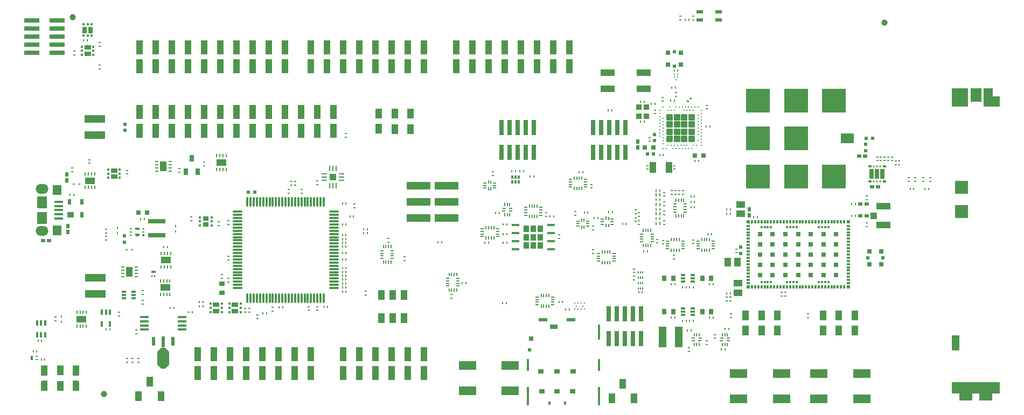
<source format=gtp>
G04*
G04 #@! TF.GenerationSoftware,Altium Limited,Altium Designer,21.1.1 (26)*
G04*
G04 Layer_Color=8421504*
%FSLAX24Y24*%
%MOIN*%
G70*
G04*
G04 #@! TF.SameCoordinates,859D0C74-6F1A-4902-9F36-B784FAE930BA*
G04*
G04*
G04 #@! TF.FilePolarity,Positive*
G04*
G01*
G75*
G04:AMPARAMS|DCode=37|XSize=37mil|YSize=37mil|CornerRadius=2.8mil|HoleSize=0mil|Usage=FLASHONLY|Rotation=270.000|XOffset=0mil|YOffset=0mil|HoleType=Round|Shape=RoundedRectangle|*
%AMROUNDEDRECTD37*
21,1,0.0370,0.0315,0,0,270.0*
21,1,0.0315,0.0370,0,0,270.0*
1,1,0.0056,-0.0157,-0.0157*
1,1,0.0056,-0.0157,0.0157*
1,1,0.0056,0.0157,0.0157*
1,1,0.0056,0.0157,-0.0157*
%
%ADD37ROUNDEDRECTD37*%
%ADD38O,0.0787X0.0591*%
%ADD39R,0.0293X0.0610*%
%ADD40R,0.0264X0.0610*%
%ADD41R,0.0138X0.0098*%
%ADD42R,0.0138X0.0138*%
%ADD43R,0.0315X0.0118*%
%ADD44R,0.0197X0.0148*%
%ADD45R,0.0366X0.0445*%
%ADD46R,0.0106X0.0118*%
%ADD47R,0.0118X0.0106*%
%ADD48R,0.0866X0.0413*%
%ADD49R,0.0413X0.0394*%
%ADD50R,0.0197X0.0228*%
%ADD51R,0.0295X0.0315*%
%ADD52R,0.0394X0.0236*%
%ADD53R,0.0874X0.0402*%
%ADD54O,0.0240X0.0071*%
%ADD55O,0.0071X0.0240*%
%ADD56C,0.0394*%
%ADD57R,0.0402X0.0862*%
%ADD58R,0.0787X0.0787*%
%ADD59R,0.0394X0.0709*%
%ADD60C,0.0118*%
%ADD61R,0.0394X0.0630*%
%ADD62R,0.1083X0.0551*%
%ADD63R,0.1252X0.0500*%
%ADD64R,0.0354X0.0276*%
%ADD65R,0.0118X0.0236*%
%ADD66R,0.0177X0.1142*%
%ADD67R,0.0177X0.0748*%
%ADD68R,0.0236X0.0236*%
%ADD69R,0.0295X0.0276*%
%ADD70R,0.0551X0.0197*%
%ADD71R,0.0472X0.0256*%
%ADD72R,0.0177X0.0945*%
%ADD73R,0.0299X0.0945*%
%ADD74R,0.1500X0.0500*%
%ADD75R,0.0295X0.0315*%
%ADD76O,0.0118X0.0650*%
%ADD77O,0.0650X0.0118*%
%ADD78R,0.0394X0.0335*%
%ADD79R,0.0236X0.0335*%
%ADD80R,0.0531X0.0157*%
%ADD81R,0.0610X0.0748*%
%ADD82R,0.0551X0.0630*%
%ADD83R,0.0320X0.0300*%
%ADD84R,0.0315X0.0295*%
%ADD85R,0.0228X0.0197*%
%ADD86R,0.0098X0.0079*%
%ADD87R,0.0300X0.0320*%
%ADD88C,0.0098*%
%ADD89R,0.0197X0.0256*%
%ADD90R,0.0433X0.0551*%
%ADD91R,0.0256X0.0197*%
%ADD92R,0.0118X0.0213*%
%ADD93R,0.0315X0.0315*%
%ADD94R,0.0213X0.0213*%
%ADD95R,0.0213X0.0118*%
%ADD96R,0.0118X0.0118*%
%ADD97R,0.0203X0.0167*%
%ADD98R,0.0108X0.0167*%
%ADD99O,0.0222X0.0089*%
%ADD100O,0.0089X0.0222*%
%ADD101O,0.0089X0.0261*%
%ADD102R,0.0445X0.0445*%
%ADD103O,0.0374X0.0098*%
%ADD104O,0.0098X0.0374*%
%ADD105R,0.0335X0.0374*%
%ADD106R,0.0256X0.0138*%
%ADD107R,0.0413X0.0283*%
%ADD108R,0.0118X0.0138*%
%ADD109R,0.0217X0.0236*%
%ADD110R,0.0236X0.0197*%
%ADD111R,0.0098X0.0236*%
%ADD112R,0.0362X0.0280*%
%ADD113R,0.0177X0.0165*%
%ADD114R,0.0138X0.0059*%
%ADD115R,0.0138X0.0098*%
%ADD116R,0.1063X0.0315*%
%ADD117R,0.0098X0.0142*%
%ADD118R,0.0197X0.0236*%
%ADD119R,0.0138X0.0354*%
%ADD120O,0.0551X0.0157*%
%ADD121R,0.0236X0.0551*%
%ADD122R,0.0236X0.0669*%
%ADD123R,0.0157X0.0098*%
%ADD124R,0.0157X0.0276*%
%ADD125R,0.0197X0.0197*%
%ADD126R,0.0098X0.0157*%
%ADD127R,0.0276X0.0157*%
%ADD128R,0.0300X0.0400*%
%ADD129R,0.0142X0.0098*%
%ADD130R,0.0630X0.0394*%
%ADD131R,0.0098X0.0236*%
%ADD132R,0.0118X0.0205*%
%ADD133R,0.0118X0.0193*%
%ADD134R,0.0787X0.0591*%
%ADD135R,0.1496X0.1496*%
%ADD136R,0.0453X0.0177*%
%ADD137R,0.0500X0.1252*%
%ADD138O,0.0261X0.0089*%
%ADD139R,0.0079X0.0138*%
%ADD140R,0.0551X0.0433*%
%ADD141R,0.0283X0.0413*%
%ADD142R,0.0138X0.0118*%
G04:AMPARAMS|DCode=143|XSize=11.8mil|YSize=10.6mil|CornerRadius=0mil|HoleSize=0mil|Usage=FLASHONLY|Rotation=315.000|XOffset=0mil|YOffset=0mil|HoleType=Round|Shape=Rectangle|*
%AMROTATEDRECTD143*
4,1,4,-0.0079,0.0004,-0.0004,0.0079,0.0079,-0.0004,0.0004,-0.0079,-0.0079,0.0004,0.0*
%
%ADD143ROTATEDRECTD143*%

%ADD144R,0.0394X0.0630*%
%ADD145R,0.0236X0.0098*%
%ADD146R,0.0945X0.0299*%
%ADD147R,0.0394X0.0630*%
G36*
X59502Y19219D02*
X58832D01*
Y20046D01*
X59502D01*
Y19219D01*
D02*
G37*
G36*
X60210Y19554D02*
X60637D01*
Y18904D01*
X59659D01*
Y20046D01*
X60210D01*
Y19554D01*
D02*
G37*
G36*
X58675Y18904D02*
X57691D01*
Y20046D01*
X58675D01*
Y18904D01*
D02*
G37*
G36*
X58163Y3806D02*
X57691D01*
Y4751D01*
X58163D01*
Y3806D01*
D02*
G37*
G36*
X9251Y3738D02*
Y2951D01*
X8995Y2695D01*
X8759D01*
X8503Y2951D01*
Y3738D01*
X8759Y3994D01*
X8995D01*
X9251Y3738D01*
D02*
G37*
G36*
X3681Y2322D02*
X3617Y2258D01*
X3287Y2258D01*
Y2888D01*
X3681D01*
X3681Y2322D01*
D02*
G37*
G36*
X1713Y2258D02*
X1383Y2258D01*
X1319Y2322D01*
X1319Y2888D01*
X1713D01*
Y2258D01*
D02*
G37*
G36*
X3617Y1943D02*
X3681Y1879D01*
X3681Y1313D01*
X3287D01*
Y1943D01*
X3617Y1943D01*
D02*
G37*
G36*
X1713Y1313D02*
X1319D01*
X1319Y1879D01*
X1383Y1943D01*
X1713Y1943D01*
Y1313D01*
D02*
G37*
G36*
X60643Y1148D02*
X60171D01*
Y715D01*
X59384D01*
Y1148D01*
X58950D01*
Y715D01*
X58163D01*
Y1148D01*
X57691D01*
Y1857D01*
X60643D01*
Y1148D01*
D02*
G37*
D37*
X41576Y18256D02*
D03*
Y17807D02*
D03*
Y17359D02*
D03*
Y16910D02*
D03*
X41128D02*
D03*
Y17359D02*
D03*
Y17807D02*
D03*
Y18256D02*
D03*
X40679Y16910D02*
D03*
Y17359D02*
D03*
Y17807D02*
D03*
Y18256D02*
D03*
X40230Y16910D02*
D03*
Y17359D02*
D03*
Y17807D02*
D03*
Y18256D02*
D03*
D38*
X1365Y13800D02*
D03*
Y11201D02*
D03*
D39*
X53393Y14750D02*
D03*
X52707D02*
D03*
D40*
X53050Y14750D02*
D03*
D41*
X6881Y10962D02*
D03*
Y11159D02*
D03*
Y11356D02*
D03*
X7649Y11356D02*
D03*
Y11159D02*
D03*
D42*
Y10943D02*
D03*
D43*
X7265Y11336D02*
D03*
X7265Y10982D02*
D03*
D44*
X7265Y11361D02*
D03*
X7265Y10957D02*
D03*
D45*
X31335Y11344D02*
D03*
X31335Y10820D02*
D03*
X31335Y10296D02*
D03*
X31780Y11344D02*
D03*
Y10820D02*
D03*
Y10296D02*
D03*
X32225Y11344D02*
D03*
X32225Y10820D02*
D03*
X32225Y10296D02*
D03*
D46*
X29915Y10480D02*
D03*
X30140D02*
D03*
Y11599D02*
D03*
X29915D02*
D03*
X41411Y24263D02*
D03*
X41187Y24263D02*
D03*
X40726Y21151D02*
D03*
X40501D02*
D03*
X10458Y6190D02*
D03*
X10682D02*
D03*
X1362Y4400D02*
D03*
X1138D02*
D03*
X31588Y14580D02*
D03*
X31812D02*
D03*
X29448Y12320D02*
D03*
X29672D02*
D03*
X38522Y7410D02*
D03*
X38298D02*
D03*
X43982Y12530D02*
D03*
X43758D02*
D03*
X28788Y10480D02*
D03*
X45652Y12090D02*
D03*
X45428D02*
D03*
X51699Y12157D02*
D03*
X55322Y13826D02*
D03*
X56008Y13826D02*
D03*
X43746Y7343D02*
D03*
X43970D02*
D03*
X43982Y12290D02*
D03*
X43758D02*
D03*
X51474Y12157D02*
D03*
Y12866D02*
D03*
X51699D02*
D03*
X56232Y13826D02*
D03*
X38618Y9950D02*
D03*
X38842D02*
D03*
X42907Y5854D02*
D03*
X42682D02*
D03*
X42907Y7921D02*
D03*
X42682D02*
D03*
X40545Y5854D02*
D03*
X40320D02*
D03*
X40545Y7921D02*
D03*
X40320D02*
D03*
X33042Y12110D02*
D03*
X32818D02*
D03*
X41232Y5650D02*
D03*
X41008D02*
D03*
X41672D02*
D03*
X41448D02*
D03*
X41012Y7717D02*
D03*
X41237D02*
D03*
X41452D02*
D03*
X41677D02*
D03*
X43408Y3890D02*
D03*
X43632D02*
D03*
X30112Y6750D02*
D03*
X29888D02*
D03*
X7712Y11950D02*
D03*
X7488D02*
D03*
X5356Y5096D02*
D03*
X5580D02*
D03*
X3113Y13430D02*
D03*
X3337D02*
D03*
X33370Y6801D02*
D03*
X33594D02*
D03*
X33788Y6330D02*
D03*
X34012D02*
D03*
X36672Y12380D02*
D03*
X36448D02*
D03*
X35162Y12350D02*
D03*
X34938D02*
D03*
X30140Y11024D02*
D03*
X29915D02*
D03*
X11128Y6550D02*
D03*
X11352D02*
D03*
X19969Y10237D02*
D03*
X20194D02*
D03*
X18838Y6500D02*
D03*
X19062D02*
D03*
X16058Y6490D02*
D03*
X16282D02*
D03*
X42491Y17683D02*
D03*
X42715D02*
D03*
X40565Y20083D02*
D03*
X40341D02*
D03*
X40515Y19283D02*
D03*
X40291D02*
D03*
X39078Y19090D02*
D03*
X39302D02*
D03*
X39822Y15920D02*
D03*
X39598D02*
D03*
X38652Y19210D02*
D03*
X38428D02*
D03*
X38428Y17980D02*
D03*
X38652D02*
D03*
X31182Y14920D02*
D03*
X30958D02*
D03*
X30458D02*
D03*
X30682D02*
D03*
X41762Y12690D02*
D03*
X41538D02*
D03*
X41762Y13010D02*
D03*
X41538D02*
D03*
X41762Y13330D02*
D03*
X41538D02*
D03*
X21288Y11065D02*
D03*
X21512D02*
D03*
X21288Y11300D02*
D03*
X21512D02*
D03*
X20194Y11615D02*
D03*
X19969D02*
D03*
X20194Y10947D02*
D03*
X19969D02*
D03*
X20194Y10710D02*
D03*
X19969D02*
D03*
X20194Y10474D02*
D03*
X19969D02*
D03*
X20194Y9843D02*
D03*
X19969D02*
D03*
Y9449D02*
D03*
X20194D02*
D03*
Y8919D02*
D03*
X19969D02*
D03*
X20194Y8682D02*
D03*
X19969D02*
D03*
X20194Y8445D02*
D03*
X19969D02*
D03*
X20194Y8208D02*
D03*
X19969D02*
D03*
X19966Y7950D02*
D03*
X20190D02*
D03*
X19966Y7700D02*
D03*
X20190D02*
D03*
X19966Y7454D02*
D03*
X20190D02*
D03*
X9152Y10210D02*
D03*
X8928D02*
D03*
X1338Y3250D02*
D03*
X1562D02*
D03*
X11351Y6813D02*
D03*
X11127D02*
D03*
X1062Y3750D02*
D03*
X838D02*
D03*
X9318Y6440D02*
D03*
X9542D02*
D03*
X39612Y13720D02*
D03*
X39388D02*
D03*
X39612Y13140D02*
D03*
X39388D02*
D03*
X39612Y12560D02*
D03*
X39388D02*
D03*
X39612Y11980D02*
D03*
X39388D02*
D03*
X43872Y5130D02*
D03*
X43648D02*
D03*
X41318Y5050D02*
D03*
X41542D02*
D03*
X36418Y18670D02*
D03*
X36642D02*
D03*
X27388Y7970D02*
D03*
X27612D02*
D03*
X34618Y14830D02*
D03*
X34842D02*
D03*
X25888Y10500D02*
D03*
X26112D02*
D03*
X20194Y12902D02*
D03*
X19969D02*
D03*
X37298Y11640D02*
D03*
X37522D02*
D03*
X35772Y12010D02*
D03*
X35548D02*
D03*
X29012Y10480D02*
D03*
X42578Y11010D02*
D03*
X42802D02*
D03*
X41777Y15542D02*
D03*
X42002D02*
D03*
X55098Y13826D02*
D03*
X3948Y23010D02*
D03*
X4172D02*
D03*
X15282Y6120D02*
D03*
X15058D02*
D03*
X20438Y12124D02*
D03*
X20662D02*
D03*
D47*
X33386Y10750D02*
D03*
Y10975D02*
D03*
X54203Y15310D02*
D03*
Y15534D02*
D03*
X56332Y14511D02*
D03*
X56332Y14286D02*
D03*
X40600Y19548D02*
D03*
Y19772D02*
D03*
X40590Y13702D02*
D03*
Y13478D02*
D03*
X2220Y5638D02*
D03*
Y5863D02*
D03*
X11400Y15463D02*
D03*
Y15238D02*
D03*
X4325Y15623D02*
D03*
Y15398D02*
D03*
X3255Y14878D02*
D03*
Y15103D02*
D03*
X47150Y7402D02*
D03*
Y7178D02*
D03*
X47380Y7402D02*
D03*
X55427Y14288D02*
D03*
X55900D02*
D03*
X43975Y7117D02*
D03*
X43754D02*
D03*
X47380Y7178D02*
D03*
X43975Y6893D02*
D03*
X43754D02*
D03*
X44338Y9865D02*
D03*
Y10090D02*
D03*
X52413Y13373D02*
D03*
Y13148D02*
D03*
Y11718D02*
D03*
Y11494D02*
D03*
X55900Y14513D02*
D03*
X55427D02*
D03*
X55000D02*
D03*
Y14288D02*
D03*
X41430Y3747D02*
D03*
Y3972D02*
D03*
X38010Y8188D02*
D03*
Y8412D02*
D03*
Y8862D02*
D03*
Y8638D02*
D03*
X32580Y12128D02*
D03*
Y12352D02*
D03*
X42513Y4414D02*
D03*
Y4189D02*
D03*
X43000Y4568D02*
D03*
X43000Y4792D02*
D03*
X13960Y6178D02*
D03*
Y6402D02*
D03*
X41692Y24278D02*
D03*
Y24503D02*
D03*
X39770Y19258D02*
D03*
Y19482D02*
D03*
X7200Y5063D02*
D03*
Y4838D02*
D03*
X9870Y15080D02*
D03*
Y14856D02*
D03*
X35397Y13866D02*
D03*
Y14090D02*
D03*
X41680Y10659D02*
D03*
Y10435D02*
D03*
X39800Y10622D02*
D03*
Y10398D02*
D03*
X35477Y10044D02*
D03*
Y9820D02*
D03*
X22813Y10741D02*
D03*
Y10517D02*
D03*
X29290Y14872D02*
D03*
Y14648D02*
D03*
X39870Y11628D02*
D03*
Y11852D02*
D03*
Y12208D02*
D03*
Y12432D02*
D03*
Y12788D02*
D03*
Y13012D02*
D03*
Y13592D02*
D03*
Y13368D02*
D03*
X41050Y13478D02*
D03*
Y13702D02*
D03*
X26721Y7040D02*
D03*
Y7265D02*
D03*
X16647Y13784D02*
D03*
Y13559D02*
D03*
X18420Y14078D02*
D03*
Y14303D02*
D03*
X17434Y13559D02*
D03*
Y13784D02*
D03*
X12900Y8282D02*
D03*
Y8058D02*
D03*
Y9652D02*
D03*
Y9428D02*
D03*
Y11628D02*
D03*
Y11852D02*
D03*
X42503Y18771D02*
D03*
Y18995D02*
D03*
X40876Y24503D02*
D03*
Y24278D02*
D03*
X40510Y15038D02*
D03*
Y15262D02*
D03*
X38850Y15262D02*
D03*
Y15038D02*
D03*
X39303Y18471D02*
D03*
Y18695D02*
D03*
X38976Y16771D02*
D03*
Y16995D02*
D03*
X53750Y15566D02*
D03*
Y15790D02*
D03*
X53976Y15566D02*
D03*
Y15790D02*
D03*
X53297Y15566D02*
D03*
Y15790D02*
D03*
X53071Y15566D02*
D03*
Y15790D02*
D03*
X20170Y17232D02*
D03*
Y17008D02*
D03*
X53524Y15566D02*
D03*
Y15790D02*
D03*
X7600Y7288D02*
D03*
Y7513D02*
D03*
Y6913D02*
D03*
Y6688D02*
D03*
X7334Y3318D02*
D03*
Y3094D02*
D03*
X6980Y3088D02*
D03*
Y3313D02*
D03*
X6650Y3088D02*
D03*
Y3313D02*
D03*
X6152Y6163D02*
D03*
Y5938D02*
D03*
X5363Y11303D02*
D03*
Y11078D02*
D03*
Y10863D02*
D03*
Y10638D02*
D03*
X10606Y12067D02*
D03*
Y11843D02*
D03*
X12300Y11543D02*
D03*
Y11767D02*
D03*
X38330Y12128D02*
D03*
Y12352D02*
D03*
X38100Y12512D02*
D03*
Y12288D02*
D03*
X38330Y11618D02*
D03*
Y11842D02*
D03*
X38100Y12022D02*
D03*
Y11798D02*
D03*
X39440Y10692D02*
D03*
Y10468D02*
D03*
X40480Y9478D02*
D03*
Y9702D02*
D03*
X40820Y13702D02*
D03*
Y13478D02*
D03*
X40360Y13478D02*
D03*
Y13702D02*
D03*
X54429Y15534D02*
D03*
Y15310D02*
D03*
X14220Y6402D02*
D03*
Y6178D02*
D03*
X35470Y11502D02*
D03*
Y11278D02*
D03*
X34380Y12188D02*
D03*
Y12412D02*
D03*
X14730Y6002D02*
D03*
Y5778D02*
D03*
X21400Y7238D02*
D03*
Y7463D02*
D03*
X6635Y14956D02*
D03*
Y14732D02*
D03*
X16824Y14059D02*
D03*
Y14283D02*
D03*
X17061Y14059D02*
D03*
Y14283D02*
D03*
X15663Y6246D02*
D03*
Y6471D02*
D03*
X12500Y8288D02*
D03*
Y8512D02*
D03*
X3396Y22353D02*
D03*
Y22128D02*
D03*
X4955Y21242D02*
D03*
Y21467D02*
D03*
X4946Y22638D02*
D03*
Y22863D02*
D03*
X18419Y6521D02*
D03*
Y6296D02*
D03*
X17875Y6521D02*
D03*
Y6296D02*
D03*
X23800Y9388D02*
D03*
Y9613D02*
D03*
X20700Y12642D02*
D03*
Y12867D02*
D03*
X48782Y5855D02*
D03*
Y6080D02*
D03*
X44004Y5856D02*
D03*
Y6080D02*
D03*
D48*
X53437Y12738D02*
D03*
Y11577D02*
D03*
D49*
X52837Y12157D02*
D03*
D50*
X40501Y22327D02*
D03*
Y21414D02*
D03*
D51*
X40905Y22244D02*
D03*
X40098D02*
D03*
Y21496D02*
D03*
X40905Y21496D02*
D03*
D52*
X43255Y24263D02*
D03*
Y24775D02*
D03*
X42073Y24263D02*
D03*
Y24775D02*
D03*
D53*
X38612Y21000D02*
D03*
X36388D02*
D03*
X38612Y20000D02*
D03*
X36388D02*
D03*
D54*
X35029Y14406D02*
D03*
Y14249D02*
D03*
Y14091D02*
D03*
Y13934D02*
D03*
X34065D02*
D03*
Y14091D02*
D03*
Y14249D02*
D03*
Y14406D02*
D03*
X40082Y10112D02*
D03*
Y10270D02*
D03*
Y10427D02*
D03*
Y10585D02*
D03*
X41047D02*
D03*
Y10427D02*
D03*
Y10270D02*
D03*
Y10112D02*
D03*
X26475Y7799D02*
D03*
Y7956D02*
D03*
Y8114D02*
D03*
Y8271D02*
D03*
X27125D02*
D03*
Y8114D02*
D03*
Y7956D02*
D03*
Y7799D02*
D03*
X32262Y12666D02*
D03*
Y12509D02*
D03*
Y12351D02*
D03*
Y12194D02*
D03*
X31298D02*
D03*
Y12351D02*
D03*
Y12509D02*
D03*
Y12666D02*
D03*
X28613Y11181D02*
D03*
X38485Y10544D02*
D03*
Y10701D02*
D03*
Y10859D02*
D03*
Y11016D02*
D03*
X39135Y11016D02*
D03*
Y10859D02*
D03*
Y10701D02*
D03*
Y10544D02*
D03*
X41185Y12866D02*
D03*
Y12709D02*
D03*
Y12551D02*
D03*
Y12394D02*
D03*
X40535D02*
D03*
X40535Y12551D02*
D03*
Y12709D02*
D03*
Y12866D02*
D03*
X32982Y7116D02*
D03*
Y6958D02*
D03*
Y6801D02*
D03*
Y6643D02*
D03*
X32018D02*
D03*
Y6801D02*
D03*
Y6958D02*
D03*
Y7116D02*
D03*
X35804Y9346D02*
D03*
Y9503D02*
D03*
Y9661D02*
D03*
Y9818D02*
D03*
X36769D02*
D03*
Y9661D02*
D03*
Y9503D02*
D03*
Y9346D02*
D03*
X23059Y9983D02*
D03*
Y9826D02*
D03*
Y9668D02*
D03*
Y9511D02*
D03*
X22410D02*
D03*
Y9668D02*
D03*
Y9826D02*
D03*
Y9983D02*
D03*
X29578Y11339D02*
D03*
Y11181D02*
D03*
Y11024D02*
D03*
Y10866D02*
D03*
X28613D02*
D03*
Y11024D02*
D03*
Y11339D02*
D03*
X41965Y10112D02*
D03*
Y10270D02*
D03*
Y10427D02*
D03*
Y10585D02*
D03*
X42930D02*
D03*
Y10427D02*
D03*
Y10270D02*
D03*
Y10112D02*
D03*
D55*
X34783Y13845D02*
D03*
X34626D02*
D03*
X34468D02*
D03*
X34311D02*
D03*
Y14495D02*
D03*
X34468D02*
D03*
X34626D02*
D03*
X34783D02*
D03*
X40328Y10673D02*
D03*
X40486D02*
D03*
X40643D02*
D03*
X40800D02*
D03*
Y10024D02*
D03*
X40643D02*
D03*
X40486D02*
D03*
X40328D02*
D03*
X27036Y7553D02*
D03*
X26879D02*
D03*
X26721D02*
D03*
X26564D02*
D03*
Y8517D02*
D03*
X26721D02*
D03*
X26879D02*
D03*
X27036D02*
D03*
X32016Y12105D02*
D03*
X31859D02*
D03*
X31701D02*
D03*
X31544D02*
D03*
Y12755D02*
D03*
X31701Y12755D02*
D03*
X31859D02*
D03*
X32016D02*
D03*
X39046Y10298D02*
D03*
X38889D02*
D03*
X38731D02*
D03*
X38574D02*
D03*
Y11262D02*
D03*
X38731D02*
D03*
X38889D02*
D03*
X39046D02*
D03*
X40624Y13112D02*
D03*
X40781D02*
D03*
X40939D02*
D03*
X41096D02*
D03*
Y12148D02*
D03*
X40939D02*
D03*
X40781D02*
D03*
X40624D02*
D03*
X32736Y6555D02*
D03*
X32579D02*
D03*
X32421D02*
D03*
X32264D02*
D03*
Y7204D02*
D03*
X32421D02*
D03*
X32579D02*
D03*
X32736D02*
D03*
X36050Y9907D02*
D03*
X36208D02*
D03*
X36365D02*
D03*
X36523D02*
D03*
Y9257D02*
D03*
X36365D02*
D03*
X36208D02*
D03*
X36050D02*
D03*
X22498Y10229D02*
D03*
X22656D02*
D03*
X22813D02*
D03*
X22971D02*
D03*
Y9265D02*
D03*
X22813D02*
D03*
X22656D02*
D03*
X22498D02*
D03*
X29332Y10778D02*
D03*
X29174D02*
D03*
X29017D02*
D03*
X28859D02*
D03*
Y11427D02*
D03*
X29017D02*
D03*
X29174D02*
D03*
X29332D02*
D03*
X42211Y10673D02*
D03*
X42369D02*
D03*
X42526D02*
D03*
X42684D02*
D03*
Y10024D02*
D03*
X42526D02*
D03*
X42369D02*
D03*
X42211D02*
D03*
D56*
X3282Y24450D02*
D03*
X5200Y1100D02*
D03*
X53500Y24100D02*
D03*
D57*
X31000Y21424D02*
D03*
Y22577D02*
D03*
X27000Y21424D02*
D03*
X30000D02*
D03*
X29000Y21424D02*
D03*
X34000Y21424D02*
D03*
X33000D02*
D03*
X27000Y22577D02*
D03*
X30000D02*
D03*
X29000D02*
D03*
X34000D02*
D03*
X33000D02*
D03*
X28000Y21424D02*
D03*
X32000D02*
D03*
X28000Y22577D02*
D03*
X32000D02*
D03*
X7400Y21424D02*
D03*
X13400D02*
D03*
X7400Y22577D02*
D03*
X13400D02*
D03*
X8400Y21424D02*
D03*
X9400Y21424D02*
D03*
X11400D02*
D03*
X12400D02*
D03*
X15400D02*
D03*
X16400D02*
D03*
X8400Y22577D02*
D03*
X9400D02*
D03*
X11400D02*
D03*
X12400D02*
D03*
X15400D02*
D03*
X16400D02*
D03*
X10400Y21424D02*
D03*
X14400Y21424D02*
D03*
X10400Y22577D02*
D03*
X14400D02*
D03*
X14000Y3577D02*
D03*
Y2424D02*
D03*
X18000Y3577D02*
D03*
X15000D02*
D03*
X16000Y3577D02*
D03*
X11000Y3577D02*
D03*
X12000D02*
D03*
X18000Y2424D02*
D03*
X15000D02*
D03*
X16000D02*
D03*
X11000D02*
D03*
X12000D02*
D03*
X17000Y3577D02*
D03*
X13000D02*
D03*
X17000Y2424D02*
D03*
X13000D02*
D03*
X23000Y3577D02*
D03*
X23000Y2424D02*
D03*
X25000Y3577D02*
D03*
X24000D02*
D03*
X21000D02*
D03*
X20000D02*
D03*
X25000Y2424D02*
D03*
X24000D02*
D03*
X21000D02*
D03*
X20000D02*
D03*
X22000Y3577D02*
D03*
Y2424D02*
D03*
X19400Y18577D02*
D03*
Y17424D02*
D03*
X18400Y18577D02*
D03*
Y17424D02*
D03*
X17400Y18577D02*
D03*
Y17424D02*
D03*
X13400Y18577D02*
D03*
Y17424D02*
D03*
X14400Y18577D02*
D03*
Y17424D02*
D03*
X8400Y18577D02*
D03*
Y17424D02*
D03*
X9400D02*
D03*
Y18577D02*
D03*
X10400Y17424D02*
D03*
Y18577D02*
D03*
X12400Y17424D02*
D03*
Y18577D02*
D03*
X11400Y17424D02*
D03*
Y18577D02*
D03*
X7400D02*
D03*
Y17424D02*
D03*
X16400D02*
D03*
Y18577D02*
D03*
X15400Y17424D02*
D03*
Y18577D02*
D03*
X22000Y21424D02*
D03*
Y22577D02*
D03*
X18000Y21424D02*
D03*
X21000D02*
D03*
X20000Y21424D02*
D03*
X25000Y21424D02*
D03*
X24000D02*
D03*
X18000Y22577D02*
D03*
X21000D02*
D03*
X20000D02*
D03*
X25000D02*
D03*
X24000D02*
D03*
X19000Y21424D02*
D03*
X23000D02*
D03*
X19000Y22577D02*
D03*
X23000D02*
D03*
D58*
X58266Y12400D02*
D03*
Y13900D02*
D03*
D59*
X39188Y15150D02*
D03*
X40172D02*
D03*
D60*
X42183Y18666D02*
D03*
Y18469D02*
D03*
Y18272D02*
D03*
Y18075D02*
D03*
Y17878D02*
D03*
Y17681D02*
D03*
Y17485D02*
D03*
Y17288D02*
D03*
Y17091D02*
D03*
Y16894D02*
D03*
Y16697D02*
D03*
Y16500D02*
D03*
X41986Y18863D02*
D03*
Y18370D02*
D03*
Y18174D02*
D03*
Y17977D02*
D03*
Y17780D02*
D03*
Y17583D02*
D03*
Y17386D02*
D03*
Y17189D02*
D03*
Y16796D02*
D03*
X41887Y16500D02*
D03*
X41789Y18863D02*
D03*
X41691Y18666D02*
D03*
Y16500D02*
D03*
X41592Y18863D02*
D03*
Y16304D02*
D03*
X41494Y18666D02*
D03*
X41395Y18863D02*
D03*
Y16304D02*
D03*
X41297Y18666D02*
D03*
Y16500D02*
D03*
X41198Y18863D02*
D03*
Y16304D02*
D03*
X41100Y18666D02*
D03*
Y16500D02*
D03*
X41002Y18863D02*
D03*
Y16304D02*
D03*
X40903Y16500D02*
D03*
X40805Y18863D02*
D03*
Y16304D02*
D03*
X40706Y16500D02*
D03*
X40608Y18863D02*
D03*
Y16304D02*
D03*
X40509Y18666D02*
D03*
Y16500D02*
D03*
X40411Y16304D02*
D03*
X40313Y18666D02*
D03*
Y16500D02*
D03*
X40214Y18863D02*
D03*
X40116Y16500D02*
D03*
X40017Y16304D02*
D03*
X40116Y18666D02*
D03*
X39820Y18863D02*
D03*
Y18174D02*
D03*
Y17977D02*
D03*
Y17780D02*
D03*
Y17583D02*
D03*
Y17386D02*
D03*
Y17189D02*
D03*
Y16993D02*
D03*
Y16796D02*
D03*
Y16599D02*
D03*
Y16304D02*
D03*
X39624Y18666D02*
D03*
Y18272D02*
D03*
Y18075D02*
D03*
Y17878D02*
D03*
Y17681D02*
D03*
Y17485D02*
D03*
Y17288D02*
D03*
Y17091D02*
D03*
Y18469D02*
D03*
D61*
X23764Y5803D02*
D03*
X23075D02*
D03*
X22386D02*
D03*
Y7259D02*
D03*
X23075D02*
D03*
X23764D02*
D03*
X44921Y5984D02*
D03*
X45906Y5039D02*
D03*
X46890Y5984D02*
D03*
X37323Y1752D02*
D03*
X36634Y846D02*
D03*
X38012D02*
D03*
X22216Y18472D02*
D03*
X23200Y17528D02*
D03*
X24184Y18472D02*
D03*
X8048Y1880D02*
D03*
X7359Y974D02*
D03*
X8737D02*
D03*
X2500Y2573D02*
D03*
Y1628D02*
D03*
X24184Y17528D02*
D03*
X49703Y5984D02*
D03*
X50687Y5039D02*
D03*
X51672Y5984D02*
D03*
D62*
X30359Y1313D02*
D03*
Y2887D02*
D03*
X27701Y1313D02*
D03*
Y2887D02*
D03*
X49459Y2388D02*
D03*
Y813D02*
D03*
X52116Y2388D02*
D03*
Y813D02*
D03*
X44477Y2388D02*
D03*
Y813D02*
D03*
X47134Y2388D02*
D03*
Y813D02*
D03*
D63*
X4650Y17130D02*
D03*
Y18130D02*
D03*
X4670Y8300D02*
D03*
Y7300D02*
D03*
D64*
X32259Y2519D02*
D03*
X33259D02*
D03*
X34259D02*
D03*
X32299Y1270D02*
D03*
X33259D02*
D03*
X34220D02*
D03*
D65*
X32779Y542D02*
D03*
X33740D02*
D03*
D66*
X31450Y995D02*
D03*
X35850D02*
D03*
D67*
X31450Y2904D02*
D03*
X35850D02*
D03*
D68*
X31539Y3830D02*
D03*
D69*
X31647Y4538D02*
D03*
D70*
X32393Y5700D02*
D03*
X34126D02*
D03*
D71*
X33043Y5276D02*
D03*
D72*
X35850Y4932D02*
D03*
D73*
X36450Y6068D02*
D03*
X36950D02*
D03*
X37450D02*
D03*
X37950D02*
D03*
X38450D02*
D03*
X36450Y4533D02*
D03*
X36950D02*
D03*
X37450D02*
D03*
X37950D02*
D03*
X38450D02*
D03*
X31300Y17618D02*
D03*
X30800D02*
D03*
X29800D02*
D03*
X31800Y16083D02*
D03*
X31300D02*
D03*
X30800D02*
D03*
X30300D02*
D03*
X29800D02*
D03*
X31800Y17618D02*
D03*
X30300D02*
D03*
X37486Y16083D02*
D03*
X36986D02*
D03*
X36486D02*
D03*
X35986D02*
D03*
X35486D02*
D03*
X37486Y17618D02*
D03*
X36986D02*
D03*
X36486D02*
D03*
X35986D02*
D03*
X35486D02*
D03*
D74*
X24675Y14000D02*
D03*
X26425D02*
D03*
X24675Y13000D02*
D03*
X26425D02*
D03*
X24675Y12000D02*
D03*
X26425D02*
D03*
D75*
X42304Y15883D02*
D03*
X41773D02*
D03*
X39210Y16373D02*
D03*
X38679D02*
D03*
X7866Y12350D02*
D03*
X7334Y12350D02*
D03*
D76*
X18812Y13022D02*
D03*
X18615D02*
D03*
X18419D02*
D03*
X18222D02*
D03*
X18025D02*
D03*
X17828D02*
D03*
X17631D02*
D03*
X17434D02*
D03*
X17237D02*
D03*
X17041D02*
D03*
X16844D02*
D03*
X16647D02*
D03*
X16450D02*
D03*
X16253D02*
D03*
X16056D02*
D03*
X15859D02*
D03*
X15663D02*
D03*
X15466D02*
D03*
X15269D02*
D03*
X15072D02*
D03*
X14875D02*
D03*
X14678D02*
D03*
X14482D02*
D03*
X14285D02*
D03*
X14088D02*
D03*
Y7058D02*
D03*
X14285D02*
D03*
X14482D02*
D03*
X14678D02*
D03*
X14875D02*
D03*
X15072D02*
D03*
X15269D02*
D03*
X15466D02*
D03*
X15663D02*
D03*
X15859D02*
D03*
X16056D02*
D03*
X16253D02*
D03*
X16450D02*
D03*
X16647D02*
D03*
X16844D02*
D03*
X17041D02*
D03*
X17237D02*
D03*
X17434D02*
D03*
X17631D02*
D03*
X17828D02*
D03*
X18025D02*
D03*
X18222D02*
D03*
X18419D02*
D03*
X18615D02*
D03*
X18812D02*
D03*
D77*
X13468Y12402D02*
D03*
Y12205D02*
D03*
Y12008D02*
D03*
Y11811D02*
D03*
Y11615D02*
D03*
Y11418D02*
D03*
Y11221D02*
D03*
Y11024D02*
D03*
Y10827D02*
D03*
Y10630D02*
D03*
Y10433D02*
D03*
Y10237D02*
D03*
Y10040D02*
D03*
Y9843D02*
D03*
Y9646D02*
D03*
Y9449D02*
D03*
Y9252D02*
D03*
Y9056D02*
D03*
Y8859D02*
D03*
Y8662D02*
D03*
Y8465D02*
D03*
Y8268D02*
D03*
Y8071D02*
D03*
Y7874D02*
D03*
Y7678D02*
D03*
X19432D02*
D03*
Y7874D02*
D03*
Y8071D02*
D03*
Y8268D02*
D03*
Y8465D02*
D03*
Y8662D02*
D03*
Y8859D02*
D03*
Y9056D02*
D03*
Y9252D02*
D03*
Y9449D02*
D03*
Y9646D02*
D03*
Y9843D02*
D03*
Y10040D02*
D03*
Y10237D02*
D03*
Y10433D02*
D03*
Y10630D02*
D03*
Y10827D02*
D03*
Y11024D02*
D03*
Y11221D02*
D03*
Y11418D02*
D03*
Y11615D02*
D03*
Y11811D02*
D03*
Y12008D02*
D03*
Y12205D02*
D03*
Y12402D02*
D03*
D78*
X3163Y12218D02*
D03*
D79*
X3833D02*
D03*
Y13025D02*
D03*
X3085D02*
D03*
D80*
X2418Y12500D02*
D03*
Y12756D02*
D03*
Y13012D02*
D03*
Y12244D02*
D03*
Y11989D02*
D03*
D81*
X1365Y12973D02*
D03*
Y12028D02*
D03*
D82*
X2330Y11241D02*
D03*
Y13760D02*
D03*
D83*
X12500Y7382D02*
D03*
Y7932D02*
D03*
D84*
X52579Y9149D02*
D03*
Y9956D02*
D03*
X53327D02*
D03*
Y9149D02*
D03*
D85*
X52496Y9553D02*
D03*
X53409D02*
D03*
D86*
X40600Y20586D02*
D03*
X40501Y20743D02*
D03*
Y20901D02*
D03*
X40698Y20743D02*
D03*
Y20901D02*
D03*
D87*
X42245Y6201D02*
D03*
X42795D02*
D03*
X39882D02*
D03*
X40432D02*
D03*
X42245Y8268D02*
D03*
X42795D02*
D03*
X39882D02*
D03*
X40432D02*
D03*
D88*
X34355Y6729D02*
D03*
X34552D02*
D03*
X34748D02*
D03*
X34945D02*
D03*
X34453Y6557D02*
D03*
X34847D02*
D03*
X34355Y6386D02*
D03*
X34552D02*
D03*
X34748D02*
D03*
X34945D02*
D03*
D89*
X45150Y12173D02*
D03*
Y12547D02*
D03*
X38256Y16760D02*
D03*
Y16386D02*
D03*
X2925Y14727D02*
D03*
Y14353D02*
D03*
X2971Y11518D02*
D03*
Y11144D02*
D03*
D90*
X44415Y9275D02*
D03*
X43825D02*
D03*
D91*
X52030Y12866D02*
D03*
X52404D02*
D03*
X52030Y12157D02*
D03*
X52404D02*
D03*
X51939Y15846D02*
D03*
X52313D02*
D03*
X53130Y13946D02*
D03*
X52756D02*
D03*
X1448Y10600D02*
D03*
X1822D02*
D03*
D92*
X45508Y11765D02*
D03*
X45311D02*
D03*
X47280Y7734D02*
D03*
X45311D02*
D03*
X45705Y11765D02*
D03*
X45902D02*
D03*
X46099D02*
D03*
X46295D02*
D03*
X46492D02*
D03*
X46689D02*
D03*
X46886D02*
D03*
X47083D02*
D03*
X47280D02*
D03*
X47477D02*
D03*
X47673D02*
D03*
X47870D02*
D03*
X48067D02*
D03*
X48264D02*
D03*
X48461D02*
D03*
X48658D02*
D03*
X48854D02*
D03*
X49051D02*
D03*
X49248D02*
D03*
X49445D02*
D03*
X49642D02*
D03*
X49839D02*
D03*
X50036D02*
D03*
X50232D02*
D03*
X50429D02*
D03*
X50626D02*
D03*
X50823D02*
D03*
X51020D02*
D03*
X50823Y7734D02*
D03*
X50626D02*
D03*
X50429D02*
D03*
X50232D02*
D03*
X50036D02*
D03*
X49839D02*
D03*
X49642D02*
D03*
X49445D02*
D03*
X49248D02*
D03*
X49051D02*
D03*
X48854D02*
D03*
X48658D02*
D03*
X48461D02*
D03*
X48264D02*
D03*
X48067D02*
D03*
X47870D02*
D03*
X47673D02*
D03*
X47477D02*
D03*
X47083D02*
D03*
X46886D02*
D03*
X46689D02*
D03*
X46492D02*
D03*
X46295D02*
D03*
X46099D02*
D03*
X45902D02*
D03*
X45705D02*
D03*
X45508D02*
D03*
X51020D02*
D03*
D93*
X45803Y11009D02*
D03*
Y10380D02*
D03*
Y9120D02*
D03*
Y9750D02*
D03*
Y8490D02*
D03*
X46591D02*
D03*
Y9750D02*
D03*
Y9120D02*
D03*
Y10380D02*
D03*
Y11009D02*
D03*
X47378D02*
D03*
Y10380D02*
D03*
Y9120D02*
D03*
Y9750D02*
D03*
Y8490D02*
D03*
X48953Y11009D02*
D03*
Y10380D02*
D03*
Y9120D02*
D03*
Y9750D02*
D03*
Y8490D02*
D03*
X48165Y11009D02*
D03*
Y10380D02*
D03*
Y9120D02*
D03*
Y9750D02*
D03*
Y8490D02*
D03*
X49740Y11009D02*
D03*
Y10380D02*
D03*
Y9120D02*
D03*
Y9750D02*
D03*
Y8490D02*
D03*
X50528Y10380D02*
D03*
Y9120D02*
D03*
Y9750D02*
D03*
Y8490D02*
D03*
Y11009D02*
D03*
D94*
X45067Y11765D02*
D03*
X51264D02*
D03*
X45067Y7734D02*
D03*
X51264D02*
D03*
D95*
Y11521D02*
D03*
Y11324D02*
D03*
Y11128D02*
D03*
Y10931D02*
D03*
Y10734D02*
D03*
Y10537D02*
D03*
Y10340D02*
D03*
Y10143D02*
D03*
Y9946D02*
D03*
Y9750D02*
D03*
Y9553D02*
D03*
Y9159D02*
D03*
Y8962D02*
D03*
Y8765D02*
D03*
Y8569D02*
D03*
Y8372D02*
D03*
Y8175D02*
D03*
Y7978D02*
D03*
X45067Y8175D02*
D03*
Y8372D02*
D03*
Y8569D02*
D03*
Y8765D02*
D03*
Y8962D02*
D03*
Y9159D02*
D03*
Y9356D02*
D03*
Y9553D02*
D03*
Y9750D02*
D03*
Y9946D02*
D03*
Y10143D02*
D03*
Y10340D02*
D03*
Y10537D02*
D03*
Y10734D02*
D03*
Y10931D02*
D03*
Y11128D02*
D03*
Y11324D02*
D03*
Y11521D02*
D03*
X51264Y9356D02*
D03*
X45067Y7978D02*
D03*
D96*
X45902Y11462D02*
D03*
X46295D02*
D03*
X46099D02*
D03*
X46492D02*
D03*
X48067D02*
D03*
X47673D02*
D03*
X47870D02*
D03*
X47477D02*
D03*
X49445D02*
D03*
X50036D02*
D03*
X49642D02*
D03*
X49839D02*
D03*
X45902Y8037D02*
D03*
X46295D02*
D03*
X46099D02*
D03*
X46492D02*
D03*
X48067D02*
D03*
X47673D02*
D03*
X47870D02*
D03*
X47477D02*
D03*
X49445D02*
D03*
X50036D02*
D03*
X49642D02*
D03*
X49839D02*
D03*
D97*
X53500Y14282D02*
D03*
X52600D02*
D03*
Y15218D02*
D03*
X53500D02*
D03*
D98*
X53247Y14282D02*
D03*
X53050D02*
D03*
X52853D02*
D03*
Y15218D02*
D03*
X53050D02*
D03*
X53247D02*
D03*
D99*
X35153Y11827D02*
D03*
Y11670D02*
D03*
Y11513D02*
D03*
X34547D02*
D03*
Y11670D02*
D03*
Y11827D02*
D03*
X30394Y12609D02*
D03*
Y12451D02*
D03*
X29946D02*
D03*
X42113Y4567D02*
D03*
X41665D02*
D03*
Y4409D02*
D03*
X43415Y4409D02*
D03*
X43863D02*
D03*
Y4567D02*
D03*
X29385Y14181D02*
D03*
Y14024D02*
D03*
Y13866D02*
D03*
X28780D02*
D03*
Y14024D02*
D03*
Y14181D02*
D03*
X36663Y11937D02*
D03*
Y11780D02*
D03*
Y11623D02*
D03*
X36057D02*
D03*
Y11780D02*
D03*
Y11937D02*
D03*
D100*
X34929Y11446D02*
D03*
X34771D02*
D03*
Y11894D02*
D03*
X30013Y12833D02*
D03*
X30170D02*
D03*
X30327D02*
D03*
Y12227D02*
D03*
X30170D02*
D03*
X30013D02*
D03*
X42046Y4791D02*
D03*
X41889Y4791D02*
D03*
X41731Y4791D02*
D03*
Y4185D02*
D03*
X41889D02*
D03*
X42046D02*
D03*
X43481Y4185D02*
D03*
X43639D02*
D03*
X43796D02*
D03*
X43796Y4791D02*
D03*
X43639Y4791D02*
D03*
X43481D02*
D03*
X29161Y13800D02*
D03*
X29004D02*
D03*
Y14248D02*
D03*
X36439Y11556D02*
D03*
X36281D02*
D03*
Y12004D02*
D03*
D101*
X34929Y11874D02*
D03*
X29161Y14228D02*
D03*
X36439Y11984D02*
D03*
D102*
X19381Y14550D02*
D03*
D103*
X19913Y14747D02*
D03*
Y14550D02*
D03*
Y14354D02*
D03*
X18850D02*
D03*
Y14550D02*
D03*
Y14747D02*
D03*
D104*
X19578Y14019D02*
D03*
X19381D02*
D03*
X19184D02*
D03*
Y15082D02*
D03*
X19381D02*
D03*
X19578D02*
D03*
D105*
X38766Y18305D02*
D03*
X38314D02*
D03*
Y18875D02*
D03*
X38766D02*
D03*
D106*
X41043Y6398D02*
D03*
Y6201D02*
D03*
Y6004D02*
D03*
X41634D02*
D03*
Y6201D02*
D03*
Y6398D02*
D03*
X6442Y7054D02*
D03*
Y7250D02*
D03*
Y7447D02*
D03*
X7033D02*
D03*
Y7250D02*
D03*
Y7054D02*
D03*
X41634Y8268D02*
D03*
X41043D02*
D03*
Y8465D02*
D03*
Y8071D02*
D03*
X41634D02*
D03*
Y8465D02*
D03*
D107*
X13323Y6257D02*
D03*
Y6643D02*
D03*
X12160Y6257D02*
D03*
Y6643D02*
D03*
X5835Y14567D02*
D03*
Y14953D02*
D03*
X4203Y22563D02*
D03*
Y22177D02*
D03*
D108*
X12978Y6706D02*
D03*
Y6450D02*
D03*
Y6194D02*
D03*
X13667D02*
D03*
Y6450D02*
D03*
Y6706D02*
D03*
X11816D02*
D03*
Y6450D02*
D03*
Y6194D02*
D03*
X12504D02*
D03*
Y6450D02*
D03*
Y6706D02*
D03*
X5491Y15016D02*
D03*
Y14760D02*
D03*
Y14504D02*
D03*
X6180D02*
D03*
Y14760D02*
D03*
Y15016D02*
D03*
X4548Y22114D02*
D03*
Y22370D02*
D03*
Y22626D02*
D03*
X3859D02*
D03*
Y22370D02*
D03*
Y22114D02*
D03*
D109*
X6500Y17826D02*
D03*
Y17433D02*
D03*
X52362Y16575D02*
D03*
Y16181D02*
D03*
D110*
X52392Y16929D02*
D03*
X52785D02*
D03*
X14153Y13600D02*
D03*
X14547D02*
D03*
X39227Y15970D02*
D03*
X38833D02*
D03*
D111*
X39372Y11690D02*
D03*
X39628D02*
D03*
X39372Y12270D02*
D03*
X39628D02*
D03*
X39372Y12850D02*
D03*
X39628D02*
D03*
X39372Y13430D02*
D03*
X39628D02*
D03*
D112*
X11515Y11618D02*
D03*
Y11992D02*
D03*
D113*
X11871Y12061D02*
D03*
Y11805D02*
D03*
Y11549D02*
D03*
X11159D02*
D03*
Y11805D02*
D03*
Y12061D02*
D03*
D114*
X6881Y10962D02*
D03*
Y11159D02*
D03*
Y11356D02*
D03*
X7649D02*
D03*
Y11159D02*
D03*
D115*
Y10943D02*
D03*
D116*
X8488Y10936D02*
D03*
Y11802D02*
D03*
D117*
X9650Y11516D02*
D03*
Y11185D02*
D03*
X6060Y11426D02*
D03*
Y11095D02*
D03*
X2570Y5906D02*
D03*
Y5575D02*
D03*
D118*
X6471Y10916D02*
D03*
Y10522D02*
D03*
X44625Y9813D02*
D03*
Y10207D02*
D03*
X39266Y16796D02*
D03*
Y17190D02*
D03*
D119*
X5591Y6190D02*
D03*
X5335D02*
D03*
X5079D02*
D03*
Y5442D02*
D03*
X5591D02*
D03*
X1586Y4766D02*
D03*
X1330Y4766D02*
D03*
X1074Y4766D02*
D03*
Y5514D02*
D03*
X1330D02*
D03*
X1586D02*
D03*
D120*
X7716Y5863D02*
D03*
Y5607D02*
D03*
Y5351D02*
D03*
Y5096D02*
D03*
X10039Y5863D02*
D03*
Y5607D02*
D03*
Y5351D02*
D03*
Y5096D02*
D03*
D121*
X9468Y4388D02*
D03*
X8287D02*
D03*
D122*
X8877Y4329D02*
D03*
D123*
X1038Y3439D02*
D03*
Y3262D02*
D03*
D124*
X762Y3350D02*
D03*
D125*
X3484Y2573D02*
D03*
X1516D02*
D03*
X3484Y1628D02*
D03*
X1516D02*
D03*
D126*
X8359Y8413D02*
D03*
X8181D02*
D03*
D127*
X8270Y8688D02*
D03*
D128*
X10650Y15700D02*
D03*
X11024Y14874D02*
D03*
X10276D02*
D03*
D129*
X3340Y14120D02*
D03*
X3670D02*
D03*
X6935Y10060D02*
D03*
X6605D02*
D03*
D130*
X4345Y14320D02*
D03*
X12480Y15440D02*
D03*
X9040Y9400D02*
D03*
X9000Y7700D02*
D03*
X3830Y5740D02*
D03*
D131*
X4640Y14744D02*
D03*
X4443D02*
D03*
X4247D02*
D03*
X4050D02*
D03*
X4640Y13897D02*
D03*
X4443D02*
D03*
X4247D02*
D03*
X4050D02*
D03*
X12775Y15864D02*
D03*
X12578D02*
D03*
X12382D02*
D03*
X12185D02*
D03*
X12775Y15017D02*
D03*
X12578D02*
D03*
X12382D02*
D03*
X12185D02*
D03*
X9335Y9824D02*
D03*
X9138D02*
D03*
X8942D02*
D03*
X8745D02*
D03*
X9335Y8977D02*
D03*
X9138D02*
D03*
X8942D02*
D03*
X8745D02*
D03*
X8705Y7277D02*
D03*
X8902D02*
D03*
X9098D02*
D03*
X9295D02*
D03*
X8705Y8124D02*
D03*
X8902D02*
D03*
X9098D02*
D03*
X9295D02*
D03*
X4125Y6164D02*
D03*
X3928D02*
D03*
X3732D02*
D03*
X3535D02*
D03*
X4125Y5317D02*
D03*
X3928D02*
D03*
X3732D02*
D03*
X3535D02*
D03*
D132*
X30877Y14550D02*
D03*
D133*
X30680Y14548D02*
D03*
X30483D02*
D03*
X30877Y14252D02*
D03*
X30680D02*
D03*
X30483D02*
D03*
D134*
X51220Y16929D02*
D03*
D135*
X50394Y19291D02*
D03*
Y14567D02*
D03*
X48032Y19291D02*
D03*
Y16929D02*
D03*
Y14567D02*
D03*
X45669Y19291D02*
D03*
Y16929D02*
D03*
Y14567D02*
D03*
D136*
X30689Y11570D02*
D03*
Y11070D02*
D03*
Y10570D02*
D03*
Y10070D02*
D03*
X32870Y11570D02*
D03*
Y11070D02*
D03*
Y10570D02*
D03*
Y10070D02*
D03*
D137*
X39776Y4646D02*
D03*
X40776D02*
D03*
D138*
X29966Y12609D02*
D03*
X42093Y4409D02*
D03*
X43434Y4567D02*
D03*
D139*
X38548Y8313D02*
D03*
X38410D02*
D03*
X38272D02*
D03*
Y8647D02*
D03*
X38410D02*
D03*
X38548D02*
D03*
Y7633D02*
D03*
X38410D02*
D03*
X38272D02*
D03*
Y7967D02*
D03*
X38410D02*
D03*
X38548D02*
D03*
D140*
X44433Y7373D02*
D03*
Y7964D02*
D03*
X44620Y12855D02*
D03*
Y12265D02*
D03*
D141*
X4011Y23660D02*
D03*
X4396D02*
D03*
D142*
X4459Y24005D02*
D03*
X4203D02*
D03*
X3948D02*
D03*
Y23316D02*
D03*
X4203D02*
D03*
X4459D02*
D03*
D143*
X41351Y19252D02*
D03*
X41510Y19411D02*
D03*
D144*
X8894Y15209D02*
D03*
X6790Y8680D02*
D03*
D145*
X8470Y15504D02*
D03*
Y15307D02*
D03*
Y15111D02*
D03*
Y14914D02*
D03*
X9317Y15504D02*
D03*
Y15307D02*
D03*
Y15111D02*
D03*
Y14914D02*
D03*
X7213Y8385D02*
D03*
Y8582D02*
D03*
Y8779D02*
D03*
Y8976D02*
D03*
X6367Y8385D02*
D03*
Y8582D02*
D03*
Y8779D02*
D03*
Y8976D02*
D03*
D146*
X762Y22240D02*
D03*
Y22740D02*
D03*
Y23240D02*
D03*
Y23740D02*
D03*
Y24240D02*
D03*
X2298Y22240D02*
D03*
Y22740D02*
D03*
Y23240D02*
D03*
Y23740D02*
D03*
Y24240D02*
D03*
D147*
X45909Y5971D02*
D03*
X22213Y17551D02*
D03*
X44918Y5036D02*
D03*
X46887D02*
D03*
X51669D02*
D03*
X49700D02*
D03*
X23203Y18485D02*
D03*
X50691Y5971D02*
D03*
M02*

</source>
